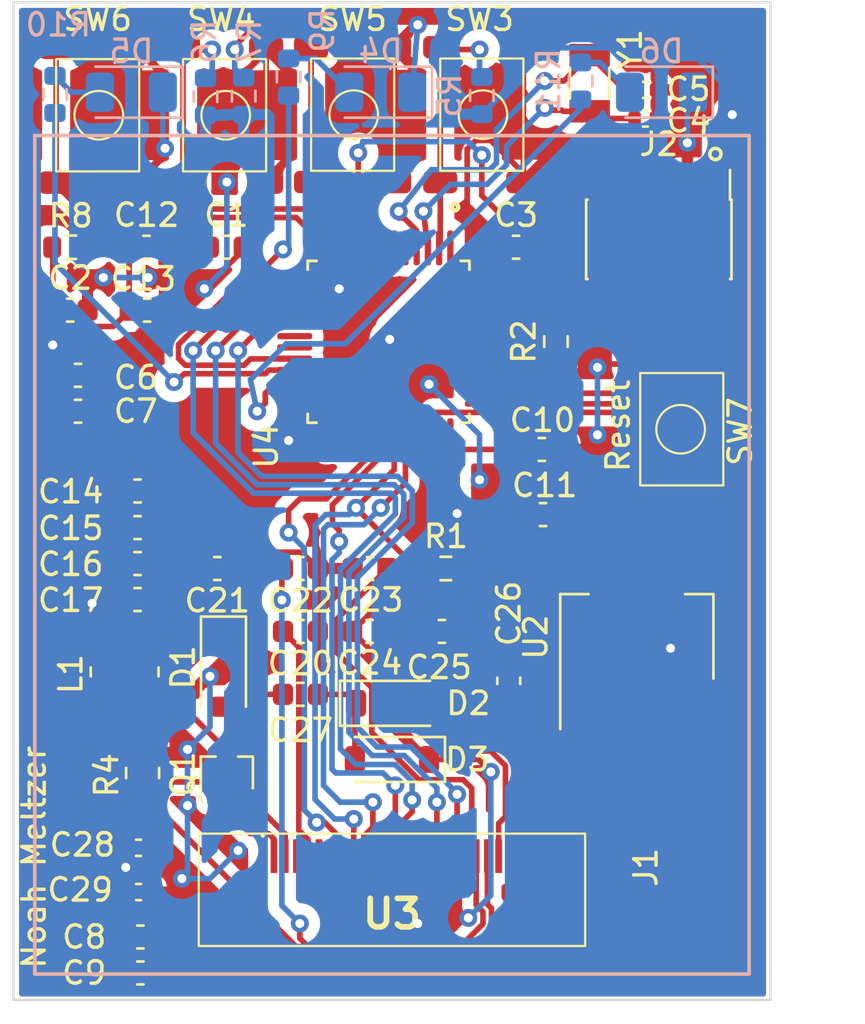
<source format=kicad_pcb>
(kicad_pcb (version 20221018) (generator pcbnew)
  (layers (0 "F.Cu" signal) (31 "B.Cu" signal) (34 "B.Paste" user) (35 "F.Paste" user) (36 "B.SilkS" user "B.Silkscreen") (37 "F.SilkS" user "F.Silkscreen") (38 "B.Mask" user) (39 "F.Mask" user) (44 "Edge.Cuts" user))
  (net 0 "")
  (net 1 "GND")
  (net 2 "VDD")
  (net 3 "Net-(U3-VHDR)")
  (net 4 "Net-(D1-K)")
  (net 5 "Net-(U3-VDH)")
  (net 6 "Net-(U3-VDDD)")
  (net 7 "Net-(U3-VDL)")
  (net 8 "Net-(U3-VCOM)")
  (net 9 "Net-(D2-A)")
  (net 10 "Net-(D1-A)")
  (net 11 "Net-(D2-K)")
  (net 13 "Net-(Q1-S)")
  (net 15 "Net-(Q1-G)")
  (net 20 "/epaper/epaper.spi_cs")
  (net 21 "/epaper/epaper.spi_scl")
  (net 22 "/epaper/epaper.spi_sda")
  (net 23 "/epaper/epaper.gpio_bs")
  (net 24 "/epaper/epaper.gpio_dc")
  (net 25 "/epaper/epaper.gpio_busy_n")
  (net 26 "/epaper/epaper.gpio_reset_n")
  (net 27 "Vin")
  (net 28 "Net-(D4-A)")
  (net 29 "Net-(D5-A)")
  (net 30 "Net-(D6-A)")
  (net 45 "/nRESET")
  (net 46 "/OSC32_IN")
  (net 47 "/OSC32_OUT")
  (net 48 "/SWDIO")
  (net 49 "/SWDCLK")
  (net 50 "/SWO")
  (net 52 "/BOOT0")
  (net 53 "/PB1")
  (net 54 "/PB2")
  (net 55 "/PB3")
  (net 56 "/PB4")
  (net 57 "/LED3")
  (net 58 "/LED2")
  (net 59 "/LED1")
  (footprint "Resistor_SMD:R_0603_1608Metric" (layer "F.Cu") (at 141.3 79.4 180)
    (fp_text reference "R8")
    (fp_text value "1K")
  )
  (footprint "Connector_PinHeader_1.27mm:PinHeader_2x05_P1.27mm_Vertical_SMD" (layer "F.Cu") (at 167.48 79.05 -90)
    (fp_text reference "J2")
    (fp_text value "Conn_ARM_JTAG_SWD_10")
  )
  (footprint "Capacitor_SMD:C_0603_1608Metric" (layer "F.Cu") (at 144.675 79.4)
    (fp_text reference "C12")
    (fp_text value "100nf")
  )
  (footprint "Capacitor_SMD:C_0603_1608Metric" (layer "F.Cu") (at 147.825 93.7 180)
    (fp_text reference "C21")
    (fp_text value "1uF / 25V")
  )
  (footprint "Capacitor_SMD:C_0603_1608Metric" (layer "F.Cu") (at 151.525 96.5 180)
    (fp_text reference "C20")
    (fp_text value "1uF / 25V")
  )
  (footprint "Capacitor_SMD:C_0402_1005Metric" (layer "F.Cu") (at 166.88 73.67 180)
    (fp_text reference "C4")
    (fp_text value "10pf")
  )
  (footprint "Resistor_SMD:R_0805_2012Metric" (layer "F.Cu") (at 144.5 102.8 -90)
    (fp_text reference "R4")
    (fp_text value "0.47R")
  )
  (footprint "Resistor_SMD:R_0603_1608Metric" (layer "F.Cu") (at 158 93.7)
    (fp_text reference "R1")
    (fp_text value "1K")
  )
  (footprint "Inductor_SMD:L_Ferrocore_DLG-0302" (layer "F.Cu") (at 143.7 98.3 -90)
    (fp_text reference "L1")
    (fp_text value "10uH")
  )
  (footprint "Capacitor_SMD:C_0402_1005Metric" (layer "F.Cu") (at 166.88 72.4 180)
    (fp_text reference "C5")
    (fp_text value "10pf")
  )
  (footprint "Capacitor_SMD:C_0603_1608Metric" (layer "F.Cu") (at 144.275 90.25)
    (fp_text reference "C14")
    (fp_text value "100nf")
  )
  (footprint "NoahFootprintLib:PTS526" (layer "F.Cu") (at 153.85 73.5 -90)
    (fp_text reference "SW5")
    (fp_text value "SW_Push")
  )
  (footprint "Capacitor_SMD:C_0603_1608Metric" (layer "F.Cu") (at 141.275 82.2)
    (fp_text reference "C2")
    (fp_text value "1uf")
  )
  (footprint "Capacitor_SMD:C_0603_1608Metric" (layer "F.Cu") (at 162.275 88.4)
    (fp_text reference "C10")
    (fp_text value "100nf")
  )
  (footprint "Capacitor_SMD:C_0402_1005Metric" (layer "F.Cu") (at 144.32 106.13)
    (fp_text reference "C28")
    (fp_text value "1uF / 6.3V")
  )
  (footprint "Capacitor_SMD:C_0603_1608Metric" (layer "F.Cu") (at 141.625 86.7)
    (fp_text reference "C7")
    (fp_text value "100nf")
  )
  (footprint "Capacitor_SMD:C_0603_1608Metric" (layer "F.Cu") (at 144.275 93.48)
    (fp_text reference "C16")
    (fp_text value "100nf")
  )
  (footprint "NoahFootprintLib:LQFP-48" (layer "F.Cu") (at 155.45 83.62 90)
    (fp_text reference "U4")
    (fp_text value "STM32F103C8T6")
  )
  (footprint "Diode_SMD:D_SOD-123" (layer "F.Cu") (at 155.6 102.2 180)
    (fp_text reference "D3")
    (fp_text value "SD103AW")
  )
  (footprint "NoahFootprintLib:PTS526" (layer "F.Cu") (at 148.15 73.525 -90)
    (fp_text reference "SW4")
    (fp_text value "SW_Push")
  )
  (footprint "Capacitor_SMD:C_0603_1608Metric" (layer "F.Cu") (at 144.4 111.7)
    (fp_text reference "C9")
    (fp_text value "100nf")
  )
  (footprint "Capacitor_SMD:C_0603_1608Metric" (layer "F.Cu") (at 151.525 99.3)
    (fp_text reference "C27")
    (fp_text value "4.7uF / 25V")
  )
  (footprint "Capacitor_SMD:C_0603_1608Metric" (layer "F.Cu") (at 141.625 85.1)
    (fp_text reference "C6")
    (fp_text value "100nf")
  )
  (footprint "Capacitor_SMD:C_0603_1608Metric" (layer "F.Cu") (at 144.7 82.2)
    (fp_text reference "C13")
    (fp_text value "100nf")
  )
  (footprint "Capacitor_SMD:C_0603_1608Metric" (layer "F.Cu") (at 157.825 96.5)
    (fp_text reference "C25")
    (fp_text value "1uF / 25V")
  )
  (footprint "NoahFootprintLib:PowerPads" (layer "F.Cu") (at 167.4 107 90)
    (fp_text reference "J1")
    (fp_text value "Barrel_Jack")
  )
  (footprint "Capacitor_SMD:C_0402_1005Metric" (layer "F.Cu") (at 144.32 108.1)
    (fp_text reference "C29")
    (fp_text value "0.1uF / 16V")
  )
  (footprint "Resistor_SMD:R_0603_1608Metric" (layer "F.Cu") (at 162.9 83.6 90)
    (fp_text reference "R2")
    (fp_text value "10K")
  )
  (footprint "Capacitor_SMD:C_0603_1608Metric" (layer "F.Cu") (at 144.275 95.08)
    (fp_text reference "C17")
    (fp_text value "100nf")
  )
  (footprint "NoahFootprintLib:PTS526" (layer "F.Cu") (at 168.5 87.5 90)
    (fp_text reference "SW7")
    (fp_text value "SW_Push")
  )
  (footprint "NoahFootprintLib:PTS526" (layer "F.Cu") (at 159.6 73.5 -90)
    (fp_text reference "SW3")
    (fp_text value "SW_Push")
  )
  (footprint "Capacitor_SMD:C_0603_1608Metric" (layer "F.Cu") (at 154.6 96.5)
    (fp_text reference "C24")
    (fp_text value "1uF / 25V")
  )
  (footprint "Diode_SMD:D_SOD-123" (layer "F.Cu") (at 148.1 98.2 -90)
    (fp_text reference "D1")
    (fp_text value "SD103AW")
  )
  (footprint "Capacitor_SMD:C_0603_1608Metric" (layer "F.Cu") (at 160.8 98.7 -90)
    (fp_text reference "C26")
    (fp_text value "1uF / 25V")
  )
  (footprint "Capacitor_SMD:C_0603_1608Metric" (layer "F.Cu") (at 144.4 110.1)
    (fp_text reference "C8")
    (fp_text value "100nf")
  )
  (footprint "Package_TO_SOT_SMD:SOT-223" (layer "F.Cu") (at 166.5 96.75 90)
    (fp_text reference "U2")
    (fp_text value "~")
  )
  (footprint "Capacitor_SMD:C_0603_1608Metric" (layer "F.Cu") (at 151.525 93.7 180)
    (fp_text reference "C22")
    (fp_text value "1uF / 25V")
  )
  (footprint "Capacitor_SMD:C_0603_1608Metric" (layer "F.Cu") (at 161.125 79.4)
    (fp_text reference "C3")
    (fp_text value "100nf")
  )
  (footprint "Capacitor_SMD:C_0603_1608Metric" (layer "F.Cu") (at 154.625 93.7)
    (fp_text reference "C23")
    (fp_text value "1uF / 25V")
  )
  (footprint "NoahFootprintLib:PTS526" (layer "F.Cu") (at 142.5 73.525 -90)
    (fp_text reference "SW6")
    (fp_text value "SW_Push")
  )
  (footprint "Capacitor_SMD:C_0603_1608Metric" (layer "F.Cu") (at 148.225 79.4)
    (fp_text reference "C1")
    (fp_text value "100nf")
  )
  (footprint "Crystal:Crystal_SMD_3215-2Pin_3.2x1.5mm" (layer "F.Cu") (at 164.4 72.1 -90)
    (fp_text reference "Y1")
    (fp_text value "32k")
  )
  (footprint "Diode_SMD:D_SOD-123" (layer "F.Cu") (at 155.65 99.7)
    (fp_text reference "D2")
    (fp_text value "SD103AW")
  )
  (footprint "Package_TO_SOT_SMD:SOT-323_SC-70" (layer "F.Cu") (at 148.25 102.8 90)
    (fp_text reference "Q1")
    (fp_text value "NMOS")
  )
  (footprint "Capacitor_SMD:C_0603_1608Metric" (layer "F.Cu") (at 144.275 91.88)
    (fp_text reference "C15")
    (fp_text value "100nf")
  )
  (footprint "Capacitor_SMD:C_0603_1608Metric" (layer "F.Cu") (at 162.325 91.3)
    (fp_text reference "C11")
    (fp_text value "100nf")
  )
  (footprint "NoahFootprintLib:KH-FG0.5-H2.0-24PIN" (layer "F.Cu") (at 155.6 108.1)
    (fp_text reference "U3")
    (fp_text value "~" hide)
  )
  (footprint "Resistor_SMD:R_0603_1608Metric" (layer "B.Cu") (at 147.3 72.7 -90)
    (fp_text reference "R6")
    (fp_text value "1K")
  )
  (footprint "Resistor_SMD:R_0603_1608Metric" (layer "B.Cu") (at 149 72.675 -90)
    (fp_text reference "R7")
    (fp_text value "1K")
  )
  (footprint "LED_SMD:LED_1206_3216Metric" (layer "B.Cu") (at 155.1 72.5 180)
    (fp_text reference "D4")
    (fp_text value "LED")
  )
  (footprint "LED_SMD:LED_1206_3216Metric" (layer "B.Cu") (at 167.6 72.5 180)
    (fp_text reference "D6")
    (fp_text value "LED")
  )
  (footprint "Resistor_SMD:R_0603_1608Metric" (layer "B.Cu") (at 164 72 -90)
    (fp_text reference "R11")
    (fp_text value "470")
  )
  (footprint "LED_SMD:LED_1206_3216Metric" (layer "B.Cu") (at 144 72.5 180)
    (fp_text reference "D5")
    (fp_text value "LED")
  )
  (footprint "Resistor_SMD:R_0603_1608Metric" (layer "B.Cu") (at 159.6 72.65 -90)
    (fp_text reference "R5")
    (fp_text value "1K")
  )
  (footprint "Resistor_SMD:R_0603_1608Metric" (layer "B.Cu") (at 140.6 72.6 -90)
    (fp_text reference "R10")
    (fp_text value "470")
  )
  (footprint "Resistor_SMD:R_0603_1608Metric" (layer "B.Cu") (at 151 71.825 -90)
    (fp_text reference "R9")
    (fp_text value "470")
  )
  (gr_rect (start 139.7 74.43) (end 171.5 111.75) (stroke (width 0.16)) (fill none) (layer "B.SilkS"))
  (gr_circle (center 170 75.25) (end 170 75.5) (stroke (width 0.16)) (fill none) (layer "F.SilkS"))
  (gr_rect (start 138.75 68.5) (end 172.45 112.9) (stroke (width 0.1)) (fill none) (layer "Edge.Cuts"))
  (gr_text "Reset" (at 166.25 89.5 90) (layer "F.SilkS") (effects (font (size 1 1) (thickness 0.153)) (justify left bottom)))
  (gr_text "Noah Meltzer" (at 140.25 111.6 90) (layer "F.SilkS") (effects (font (size 1 1) (thickness 0.153)) (justify left bottom)))
  (segment (start 153.85 93.7) (end 152.3 93.7) (width 0.25) (layer "F.Cu") (net 1))
  (segment (start 161.45 76.1) (end 161.45 76.6) (width 0.25) (layer "F.Cu") (net 1))
  (segment (start 160.41 81.37) (end 159.63 81.37) (width 0.25) (layer "F.Cu") (net 1))
  (segment (start 146.3 82.2) (end 147.25 81.25) (width 0.25) (layer "F.Cu") (net 1))
  (segment (start 145.45 82.175) (end 145.475 82.2) (width 0.25) (layer "F.Cu") (net 1))
  (segment (start 145.475 82.2) (end 146.3 82.2) (width 0.25) (layer "F.Cu") (net 1))
  (segment (start 159.998 74.648) (end 161.45 76.1) (width 0.25) (layer "F.Cu") (net 1))
  (segment (start 158.948 77.998) (end 158.948 75.029932) (width 0.25) (layer "F.Cu") (net 1))
  (segment (start 159 109.25) (end 158.693618 109.25) (width 0.25) (layer "F.Cu") (net 1))
  (segment (start 155.923 98.598) (end 153.825 96.5) (width 0.25) (layer "F.Cu") (net 1))
  (segment (start 160.662 81.118) (end 160.41 81.37) (width 0.25) (layer "F.Cu") (net 1))
  (segment (start 148.6 93.225) (end 148.852 92.973) (width 0.25) (layer "F.Cu") (net 1))
  (segment (start 159.329932 74.648) (end 159.998 74.648) (width 0.25) (layer "F.Cu") (net 1))
  (segment (start 159.63 81.37) (end 158.63 81.37) (width 0.25) (layer "F.Cu") (net 1))
  (segment (start 149 79.5) (end 149 79.4) (width 0.25) (layer "F.Cu") (net 1))
  (segment (start 164.9 84.6) (end 164.75 84.75) (width 0.25) (layer "F.Cu") (net 1))
  (segment (start 167.67 73.67) (end 168.75 74.75) (width 0.25) (layer "F.Cu") (net 1))
  (segment (start 144.75 80.75) (end 145.45 80.75) (width 0.25) (layer "F.Cu") (net 1))
  (segment (start 151.27 85.87) (end 153.38 85.87) (width 0.25) (layer "F.Cu") (net 1))
  (segment (start 164.1 88.4) (end 164.75 87.75) (width 0.25) (layer "F.Cu") (net 1))
  (segment (start 157.7 87.8) (end 157.7 89.8) (width 0.25) (layer "F.Cu") (net 1))
  (segment (start 152.3 93.7) (end 152.3 96.5) (width 0.25) (layer "F.Cu") (net 1))
  (segment (start 157.85 108.406382) (end 157.85 106.5) (width 0.25) (layer "F.Cu") (net 1))
  (segment (start 150 70.625) (end 150 76.625) (width 0.25) (layer "F.Cu") (net 1))
  (segment (start 142.05 81.45) (end 142.75 80.75) (width 0.25) (layer "F.Cu") (net 1))
  (segment (start 160 102.75) (end 159.45 102.2) (width 0.25) (layer "F.Cu") (net 1))
  (segment (start 147.25 81.25) (end 149 79.5) (width 0.25) (layer "F.Cu") (net 1))
  (segment (start 154.552 95.773) (end 156.323 95.773) (width 0.25) (layer "F.Cu") (net 1))
  (segment (start 158.63 81.37) (end 157.5 82.5) (width 0.25) (layer "F.Cu") (net 1))
  (segment (start 157.25 102.2) (end 155.923 100.873) (width 0.25) (layer "F.Cu") (net 1))
  (segment (start 144.35 70.625) (end 144.35 76.625) (width 0.25) (layer "F.Cu") (net 1))
  (segment (start 154.7 79.44) (end 154.7 81.2) (width 0.25) (layer "F.Cu") (net 1))
  (segment (start 145.3 82.2) (end 145.475 82.2) (width 0.25) (layer "F.Cu") (net 1))
  (segment (start 155.923 100.873) (end 155.923 98.598) (width 0.25) (layer "F.Cu") (net 1))
  (segment (start 166.6 84.6) (end 164.9 84.6) (width 0.25) (layer "F.Cu") (net 1))
  (segment (start 142.4 85.1) (end 145.3 82.2) (width 0.25) (layer "F.Cu") (net 1))
  (segment (start 158.693618 109.25) (end 157.85 108.406382) (width 0.25) (layer "F.Cu") (net 1))
  (segment (start 142.4 86.7) (end 142.4 85.1) (width 0.25) (layer "F.Cu") (net 1))
  (segment (start 158.948 75.029932) (end 159.329932 74.648) (width 0.25) (layer "F.Cu") (net 1))
  (segment (start 160.35 79.4) (end 160.662 79.712) (width 0.25) (layer "F.Cu") (net 1))
  (segment (start 144.88 106.13) (end 146.25 107.5) (width 0.25) (layer "F.Cu") (net 1))
  (segment (start 161.45 70.6) (end 161.45 76.6) (width 0.25) (layer "F.Cu") (net 1))
  (segment (start 155.7 70.6) (end 155.7 76.6) (width 0.25) (layer "F.Cu") (net 1))
  (segment (start 168.9 104.5) (end 166.5 102.1) (width 0.75) (layer "F.Cu") (net 1))
  (segment (start 167.36 73.67) (end 167.67 73.67) (width 0.25) (layer "F.Cu") (net 1))
  (segment (start 145.45 80.75) (end 145.45 82.175) (width 0.25) (layer "F.Cu") (net 1))
  (segment (start 153.38 85.87) (end 154 85.25) (width 0.25) (layer "F.Cu") (net 1))
  (segment (start 160.662 79.712) (end 160.662 81.118) (width 0.25) (layer "F.Cu") (net 1))
  (segment (start 148.6 93.7) (end 148.6 93.225) (width 0.25) (layer "F.Cu") (net 1))
  (segment (start 144.8 106.13) (end 144.88 106.13) (width 0.25) (layer "F.Cu") (net 1))
  (segment (start 166.5 102.1) (end 166.5 99.9) (width 0.75) (layer "F.Cu") (net 1))
  (segment (start 158.475 97.925) (end 157.05 96.5) (width 0.25) (layer "F.Cu") (net 1))
  (segment (start 167.36 72.4) (end 167.36 73.67) (width 0.25) (layer "F.Cu") (net 1))
  (segment (start 153.825 96.5) (end 154.552 95.773) (width 0.25) (layer "F.Cu") (net 1))
  (segment (start 160.8 97.925) (end 158.475 97.925) (width 0.25) (layer "F.Cu") (net 1))
  (segment (start 148.852 92.973) (end 151.573 92.973) (width 0.25) (layer "F.Cu") (net 1))
  (segment (start 163.05 88.4) (end 164.1 88.4) (width 0.25) (layer "F.Cu") (net 1))
  (segment (start 159.45 102.2) (end 157.25 102.2) (width 0.25) (layer "F.Cu") (net 1))
  (segment (start 160.35 79.4) (end 158.948 77.998) (width 0.25) (layer "F.Cu") (net 1))
  (segment (start 145.45 79.4) (end 145.45 80.75) (width 0.25) (layer "F.Cu") (net 1))
  (segment (start 156.323 95.773) (end 157.05 96.5) (width 0.25) (layer "F.Cu") (net 1))
  (segment (start 142.05 82.2) (end 142.05 81.45) (width 0.25) (layer "F.Cu") (net 1))
  (segment (start 151.573 92.973) (end 152.3 93.7) (width 0.25) (layer "F.Cu") (net 1))
  (segment (start 157.7 89.8) (end 156.75 90.75) (width 0.25) (layer "F.Cu") (net 1))
  (via (at 156.75 69.5) (size 0.8) (drill 0.4) (layers "F.Cu" "B.Cu") (net 1))
  (via (at 148.75 106.25) (size 0.8) (drill 0.4) (layers "F.Cu" "B.Cu") (net 1))
  (via (at 157.25 85.5) (size 0.8) (drill 0.4) (layers "F.Cu" "B.Cu") (net 1))
  (via (at 168.75 74.75) (size 0.8) (drill 0.4) (layers "F.Cu" "B.Cu") (net 1))
  (via (at 159.5 89.75) (size 0.8) (drill 0.4) (layers "F.Cu" "B.Cu") (net 1))
  (via (at 142.75 80.75) (size 0.8) (drill 0.4) (layers "F.Cu" "B.Cu") (net 1))
  (via (at 147.25 81.25) (size 0.8) (drill 0.4) (layers "F.Cu" "B.Cu") (net 1))
  (via (at 146.5 104.25) (size 0.8) (drill 0.4) (layers "F.Cu" "B.Cu") (net 1))
  (via (at 148.25 76.5) (size 0.8) (drill 0.4) (layers "F.Cu" "B.Cu") (net 1))
  (via (at 147.5 98.5) (size 0.8) (drill 0.4) (layers "F.Cu" "B.Cu") (net 1))
  (via (at 146.5 101.75) (size 0.8) (drill 0.4) (layers "F.Cu" "B.Cu") (net 1))
  (via (at 160 102.75) (size 0.8) (drill 0.4) (layers "F.Cu" "B.Cu") (net 1))
  (via (at 164.75 84.75) (size 0.8) (drill 0.4) (layers "F.Cu" "B.Cu") (net 1))
  (via (at 146.25 107.5) (size 0.8) (drill 0.4) (layers "F.Cu" "B.Cu") (net 1))
  (via (at 145.5 75) (size 0.8) (drill 0.4) (layers "F.Cu" "B.Cu") (net 1))
  (via (at 159 109.25) (size 0.8) (drill 0.4) (layers "F.Cu" "B.Cu") (net 1))
  (via (at 164.75 87.75) (size 0.8) (drill 0.4) (layers "F.Cu" "B.Cu") (net 1))
  (via (at 144.75 80.75) (size 0.8) (drill 0.4) (layers "F.Cu" "B.Cu") (net 1))
  (segment (start 148.25 80.25) (end 147.25 81.25) (width 0.25) (layer "B.Cu") (net 1))
  (segment (start 147.5 100.75) (end 147.5 98.5) (width 0.25) (layer "B.Cu") (net 1))
  (segment (start 146.25 107.5) (end 147.5 107.5) (width 0.25) (layer "B.Cu") (net 1))
  (segment (start 146.5 104.25) (end 146.5 101.75) (width 0.25) (layer "B.Cu") (net 1))
  (segment (start 145.4 72.5) (end 145.4 74.9) (width 0.25) (layer "B.Cu") (net 1))
  (segment (start 147.5 107.5) (end 148.75 106.25) (width 0.25) (layer "B.Cu") (net 1))
  (segment (start 146.5 107.25) (end 146.5 104.25) (width 0.25) (layer "B.Cu") (net 1))
  (segment (start 168.75 72.75) (end 169 72.5) (width 0.25) (layer "B.Cu") (net 1))
  (segment (start 159 109.25) (end 160 108.25) (width 0.25) (layer "B.Cu") (net 1))
  (segment (start 146.25 107.5) (end 146.5 107.25) (width 0.25) (layer "B.Cu") (net 1))
  (segment (start 157.25 85.5) (end 159.5 87.75) (width 0.25) (layer "B.Cu") (net 1))
  (segment (start 156.75 69.5) (end 156.5 69.75) (width 0.25) (layer "B.Cu") (net 1))
  (segment (start 148.25 76.5) (end 148.25 80.25) (width 0.25) (layer "B.Cu") (net 1))
  (segment (start 160 108.25) (end 160 102.75) (width 0.25) (layer "B.Cu") (net 1))
  (segment (start 159.5 87.75) (end 159.5 89.75) (width 0.25) (layer "B.Cu") (net 1))
  (segment (start 142.75 80.75) (end 144.75 80.75) (width 0.25) (layer "B.Cu") (net 1))
  (segment (start 145.4 74.9) (end 145.5 75) (width 0.25) (layer "B.Cu") (net 1))
  (segment (start 168.75 74.75) (end 168.75 72.75) (width 0.25) (layer "B.Cu") (net 1))
  (segment (start 156.5 72.5) (end 156.75 69.5) (width 0.25) (layer "B.Cu") (net 1))
  (segment (start 146.5 101.75) (end 147.5 100.75) (width 0.25) (layer "B.Cu") (net 1))
  (segment (start 164.75 84.75) (end 164.75 87.75) (width 0.25) (layer "B.Cu") (net 1))
  (segment (start 143.84 106.91) (end 143.84 106.13) (width 0.25) (layer "F.Cu") (net 2))
  (segment (start 158.5 88.1) (end 158.5 91.25) (width 0.25) (layer "F.Cu") (net 2))
  (segment (start 142.25 95.25) (end 142.17 95.08) (width 0.25) (layer "F.Cu") (net 2))
  (segment (start 153.17 81.25) (end 153.25 81.17) (width 0.25) (layer "F.Cu") (net 2))
  (segment (start 140.5 79.425) (end 140.475 79.4) (width 0.25) (layer "F.Cu") (net 2))
  (segment (start 158.8 88.4) (end 158.2 87.8) (width 0.25) (layer "F.Cu") (net 2))
  (segment (start 168.8 98.05) (end 168.8 99.9) (width 0.75) (layer "F.Cu") (net 2))
  (segment (start 159.15 93.7) (end 161.55 91.3) (width 0.25) (layer "F.Cu") (net 2))
  (segment (start 143.925 82.2) (end 143.198 82.927) (width 0.25) (layer "F.Cu") (net 2))
  (segment (start 154.2 79.44) (end 154.2 80.22) (width 0.25) (layer "F.Cu") (net 2))
  (segment (start 161.5 91.25) (end 161.55 91.3) (width 0.25) (layer "F.Cu") (net 2))
  (segment (start 156.75 109.5) (end 156.85 109.4) (width 0.25) (layer "F.Cu") (net 2))
  (segment (start 156.85 109.4) (end 156.85 106.5) (width 0.25) (layer "F.Cu") (net 2))
  (segment (start 143.75 107) (end 143.84 106.91) (width 0.25) (layer "F.Cu") (net 2))
  (segment (start 143.625 108.315) (end 143.84 108.1) (width 0.25) (layer "F.Cu") (net 2))
  (segment (start 143.84 108.1) (end 143.84 107.09) (width 0.25) (layer "F.Cu") (net 2))
  (segment (start 146.55 78.5) (end 147.45 79.4) (width 0.25) (layer "F.Cu") (net 2))
  (segment (start 140.5 82.2) (end 140.5 83.75) (width 0.25) (layer "F.Cu") (net 2))
  (segment (start 140.5 82.2) (end 140.5 79.425) (width 0.25) (layer "F.Cu") (net 2))
  (segment (start 161.5 88.4) (end 161.5 91.25) (width 0.25) (layer "F.Cu") (net 2))
  (segment (start 170.75 73.5) (end 170.02 74.23) (width 0.25) (layer "F.Cu") (net 2))
  (segment (start 143.625 110.1) (end 143.625 108.315) (width 0.25) (layer "F.Cu") (net 2))
  (segment (start 151.27 86.37) (end 151 86.64) (width 0.25) (layer "F.Cu") (net 2))
  (segment (start 143.84 107.09) (end 143.75 107) (width 0.25) (layer "F.Cu") (net 2))
  (segment (start 140.5 84.75) (end 140.85 85.1) (width 0.25) (layer "F.Cu") (net 2))
  (segment (start 153.25 81.17) (end 153.25 81.25) (width 0.25) (layer "F.Cu") (net 2))
  (segment (start 140.85 86.7) (end 140.85 85.1) (width 0.25) (layer "F.Cu") (net 2))
  (segment (start 158.825 93.7) (end 159.15 93.7) (width 0.25) (layer "F.Cu") (net 2))
  (segment (start 143.5 95.08) (end 143.5 93.48) (width 0.25) (layer "F.Cu") (net 2))
  (segment (start 157.596841 80.87) (end 155.5 82.966841) (width 0.25) (layer "F.Cu") (net 2))
  (segment (start 140.5 83.75) (end 140.5 84.75) (width 0.25) (layer "F.Cu") (net 2))
  (segment (start 161.5 88.4) (end 158.8 88.4) (width 0.25) (layer "F.Cu") (net 2))
  (segment (start 143.9 79.4) (end 143.9 82.175) (width 0.25) (layer "F.Cu") (net 2))
  (segment (start 170.02 74.23) (end 170.02 77.1) (width 0.25) (layer "F.Cu") (net 2))
  (segment (start 143.5 93.48) (end 143.5 91.88) (width 0.25) (layer "F.Cu") (net 2))
  (segment (start 143.198 82.927) (end 141.227 82.927) (width 0.25) (layer "F.Cu") (net 2))
  (segment (start 143.5 91.88) (end 143.5 90.25) (width 0.25) (layer "F.Cu") (net 2))
  (segment (start 143.9 79.4) (end 144.8 78.5) (width 0.25) (layer "F.Cu") (net 2))
  (segment (start 143.5 95.08) (end 142.25 95.25) (width 0.25) (layer "F.Cu") (net 2))
  (segment (start 141.227 82.927) (end 140.5 82.2) (width 0.25) (layer "F.Cu") (net 2))
  (segment (start 143.7 97.2) (end 143.7 95.28) (width 0.25) (layer "F.Cu") (net 2))
  (segment (start 155.5 82.966841) (end 155.5 83.5) (width 0.25) (layer "F.Cu") (net 2))
  (segment (start 144.8 78.5) (end 146.55 78.5) (width 0.25) (layer "F.Cu") (net 2))
  (segment (start 154.2 80.22) (end 153.25 81.17) (width 0.25) (layer "F.Cu") (net 2))
  (segment (start 153.25 81.25) (end 153.17 81.25) (width 0.25) (layer "F.Cu") (net 2))
  (segment (start 157.35 106.5) (end 156.85 106.5) (width 0.25) (layer "F.Cu") (net 2))
  (segment (start 151 86.64) (end 151 88) (width 0.25) (layer "F.Cu") (net 2))
  (segment (start 143.7 95.28) (end 143.5 95.08) (width 0.25) (layer "F.Cu") (net 2))
  (segment (start 159.63 80.87) (end 157.596841 80.87) (width 0.25) (layer "F.Cu") (net 2))
  (segment (start 158.2 87.8) (end 158.5 88.1) (width 0.25) (layer "F.Cu") (net 2))
  (segment (start 143.625 111.7) (end 143.625 110.1) (width 0.25) (layer "F.Cu") (net 2))
  (segment (start 168 97.25) (end 168.8 98.05) (width 0.75) (layer "F.Cu") (net 2))
  (segment (start 143.9 82.175) (end 143.925 82.2) (width 0.25) (layer "F.Cu") (net 2))
  (via (at 153.25 81.25) (size 0.8) (drill 0.4) (layers "F.Cu" "B.Cu") (net 2))
  (via (at 140.5 83.75) (size 0.8) (drill 0.4) (layers "F.Cu" "B.Cu") (net 2))
  (via (at 151 88) (size 0.8) (drill 0.4) (layers "F.Cu" "B.Cu") (net 2))
  (via (at 155.5 83.5) (size 0.8) (drill 0.4) (layers "F.Cu" "B.Cu") (net 2))
  (via (at 142.25 95.25) (size 0.8) (drill 0.4) (layers "F.Cu" "B.Cu") (net 2))
  (via (at 158.5 91.25) (size 0.8) (drill 0.4) (layers "F.Cu" "B.Cu") (net 2))
  (via (at 156.75 109.5) (size 0.8) (drill 0.4) (layers "F.Cu" "B.Cu") (net 2))
  (via (at 168 97.25) (size 0.8) (drill 0.4) (layers "F.Cu" "B.Cu") (net 2))
  (via (at 143.75 107) (size 0.8) (drill 0.4) (layers "F.Cu" "B.Cu") (net 2))
  (via (at 170.75 73.5) (size 0.8) (drill 0.4) (layers "F.Cu" "B.Cu") (net 2))
  (segment (start 170.75 72.540064) (end 170.75 73.5) (width 0.25) (layer "B.Cu") (net 2))
  (segment (start 168.732936 70.523) (end 170.75 72.540064) (width 0.25) (layer "B.Cu") (net 2))
  (segment (start 147.3 73.525) (end 147.3 74.95) (width 0.25) (layer "B.Cu") (net 2))
  (segment (start 159.6 73.475) (end 162.552 70.523) (width 0.25) (layer "B.Cu") (net 2))
  (segment (start 162.552 70.523) (end 168.732936 70.523) (width 0.25) (layer "B.Cu") (net 2))
  (segment (start 151.452 105.345618) (end 151.452 97.202) (width 0.25) (layer "F.Cu") (net 3))
  (segment (start 151.85 106.5) (end 151.85 105.743618) (width 0.25) (layer "F.Cu") (net 3))
  (segment (start 151.452 97.202) (end 150.75 96.5) (width 0.25) (layer "F.Cu") (net 3))
  (segment (start 151.85 105.743618) (end 151.452 105.345618) (width 0.25) (layer "F.Cu") (net 3))
  (segment (start 141.948 98.595618) (end 141.948 102.582936) (width 0.25) (layer "F.Cu") (net 4))
  (segment (start 158.705226 111) (end 160.029 109.676226) (width 0.25) (layer "F.Cu") (net 4))
  (segment (start 160.029 109.676226) (end 160.029 108.823774) (width 0.25) (layer "F.Cu") (net 4))
  (segment (start 141.948 102.582936) (end 143.842064 104.477) (width 0.25) (layer "F.Cu") (net 4))
  (segment (start 146.202 98.448) (end 142.095618 98.448) (width 0.25) (layer "F.Cu") (net 4))
  (segment (start 145.283382 104.477) (end 151.806382 111) (width 0.25) (layer "F.Cu") (net 4))
  (segment (start 142.095618 98.448) (end 141.948 98.595618) (width 0.25) (layer "F.Cu") (net 4))
  (segment (start 148.1 96.55) (end 148.1 94.75) (width 0.25) (layer "F.Cu") (net 4))
  (segment (start 143.842064 104.477) (end 145.283382 104.477) (width 0.25) (layer "F.Cu") (net 4))
  (segment (start 148.1 96.55) (end 146.202 98.448) (width 0.25) (layer "F.Cu") (net 4))
  (segment (start 148.1 94.75) (end 147.05 93.7) (width 0.25) (layer "F.Cu") (net 4))
  (segment (start 160.029 108.823774) (end 159.85 108.644774) (width 0.25) (layer "F.Cu") (net 4))
  (segment (start 151.806382 111) (end 158.705226 111) (width 0.25) (layer "F.Cu") (net 4))
  (segment (start 159.85 108.644774) (end 159.85 106.5) (width 0.25) (layer "F.Cu") (net 4))
  (segment (start 159.652 108.979932) (end 159.35 108.677932) (width 0.25) (layer "F.Cu") (net 5))
  (segment (start 151.91977 110.58023) (end 158.591838 110.58023) (width 0.25) (layer "F.Cu") (net 5))
  (segment (start 151.5 109.5) (end 151.5 110.16046) (width 0.25) (layer "F.Cu") (net 5))
  (segment (start 158.591838 110.58023) (end 159.652 109.520068) (width 0.25) (layer "F.Cu") (net 5))
  (segment (start 159.35 108.677932) (end 159.35 106.5) (width 0.25) (layer "F.Cu") (net 5))
  (segment (start 150.7 95.1) (end 150.7 93.75) (width 0.25) (layer "F.Cu") (net 5))
  (segment (start 159.652 109.520068) (end 159.652 108.979932) (width 0.25) (layer "F.Cu") (net 5))
  (segment (start 151.5 109.5) (end 151.5 109.6) (width 0.25) (layer "F.Cu") (net 5))
  (segment (start 150.7 93.75) (end 150.75 93.7) (width 0.25) (layer "F.Cu") (net 5))
  (segment (start 151.5 110.16046) (end 151.91977 110.58023) (width 0.25) (layer "F.Cu") (net 5))
  (via (at 150.7 95.1) (size 0.8) (drill 0.4) (layers "F.Cu" "B.Cu") (net 5))
  (via (at 151.5 109.5) (size 0.8) (drill 0.4) (layers "F.Cu" "B.Cu") (net 5))
  (segment (start 151.5 109.5) (end 150.7 108.7) (width 0.25) (layer "B.Cu") (net 5))
  (segment (start 150.7 95.1) (end 150.7 95.2) (width 0.25) (layer "B.Cu") (net 5))
  (segment (start 150.7 108.7) (end 150.7 95.1) (width 0.25) (layer "B.Cu") (net 5))
  (segment (start 159.152 104.941618) (end 159.152 103.479932) (width 0.25) (layer "F.Cu") (net 6))
  (segment (start 159.152 103.479932) (end 158.770068 103.098) (width 0.25) (layer "F.Cu") (net 6))
  (segment (start 158.770068 103.098) (end 157.024068 103.098) (width 0.25) (layer "F.Cu") (net 6))
  (segment (start 154.702 101.002) (end 156.8 103.1) (width 0.25) (layer "F.Cu") (net 6))
  (segment (start 154.702 99.002) (end 154.702 101.002) (width 0.25) (layer "F.Cu") (net 6))
  (segment (start 153.123 97.423) (end 154.702 99.002) (width 0.25) (layer "F.Cu") (net 6))
  (segment (start 155.4 93.7) (end 153.123 95.977) (width 0.25) (layer "F.Cu") (net 6))
  (segment (start 157.024068 103.098) (end 157.022068 103.1) (width 0.25) (layer "F.Cu") (net 6))
  (segment (start 153.123 95.977) (end 153.123 97.423) (width 0.25) (layer "F.Cu") (net 6))
  (segment (start 158.35 105.743618) (end 159.152 104.941618) (width 0.25) (layer "F.Cu") (net 6))
  (segment (start 158.35 106.5) (end 158.35 105.743618) (width 0.25) (layer "F.Cu") (net 6))
  (segment (start 156.8 103.1) (end 157.022068 103.1) (width 0.25) (layer "F.Cu") (net 6))
  (segment (start 155.375 96.5) (end 156.598 97.723) (width 0.25) (layer "F.Cu") (net 7))
  (segment (start 160.652 104.746) (end 160.35 105.048) (width 0.25) (layer "F.Cu") (net 7))
  (segment (start 156.598 100.272582) (end 158.148418 101.823) (width 0.25) (layer "F.Cu") (net 7))
  (segment (start 160.652 102.479932) (end 160.652 104.746) (width 0.25) (layer "F.Cu") (net 7))
  (segment (start 160.35 105.048) (end 160.35 106.5) (width 0.25) (layer "F.Cu") (net 7))
  (segment (start 158.148418 101.823) (end 159.995068 101.823) (width 0.25) (layer "F.Cu") (net 7))
  (segment (start 159.995068 101.823) (end 160.652 102.479932) (width 0.25) (layer "F.Cu") (net 7))
  (segment (start 156.598 97.723) (end 156.598 100.272582) (width 0.25) (layer "F.Cu") (net 7))
  (segment (start 161.527 106.323) (end 161.527 97.027) (width 0.25) (layer "F.Cu") (net 8))
  (segment (start 161.35 106.5) (end 161.527 106.323) (width 0.25) (layer "F.Cu") (net 8))
  (segment (start 161 96.5) (end 158.6 96.5) (width 0.25) (layer "F.Cu") (net 8))
  (segment (start 161.527 97.027) (end 161 96.5) (width 0.25) (layer "F.Cu") (net 8))
  (segment (start 160.8 99.475) (end 161.029 99.704) (width 0.25) (layer "F.Cu") (net 9))
  (segment (start 157.525 99.475) (end 157.3 99.7) (width 0.25) (layer "F.Cu") (net 9))
  (segment (start 160.8 99.475) (end 157.525 99.475) (width 0.25) (layer "F.Cu") (net 9))
  (segment (start 161.029 99.704) (end 161.029 104.971) (width 0.25) (layer "F.Cu") (net 9))
  (segment (start 161.029 104.971) (end 160.85 105.15) (width 0.25) (layer "F.Cu") (net 9))
  (segment (start 160.85 105.15) (end 160.85 106.5) (width 0.25) (layer "F.Cu") (net 9))
  (segment (start 145.85 99.4) (end 148.25 101.8) (width 0.25) (layer "F.Cu") (net 10))
  (segment (start 150.75 99.3) (end 148.65 99.3) (width 0.25) (layer "F.Cu") (net 10))
  (segment (start 148.65 99.3) (end 148.1 99.85) (width 0.25) (layer "F.Cu") (net 10))
  (segment (start 148.25 100) (end 148.1 99.85) (width 0.25) (layer "F.Cu") (net 10))
  (segment (start 148.25 101.8) (end 148.25 100) (width 0.25) (layer "F.Cu") (net 10))
  (segment (start 143.7 99.4) (end 145.85 99.4) (width 0.25) (layer "F.Cu") (net 10))
  (segment (start 153.95 99.75) (end 154 99.7) (width 0.25) (layer "F.Cu") (net 11))
  (segment (start 153.95 102.2) (end 153.95 99.75) (width 0.25) (layer "F.Cu") (net 11))
  (segment (start 153.6 99.3) (end 154 99.7) (width 0.25) (layer "F.Cu") (net 11))
  (segment (start 152.3 99.3) (end 153.6 99.3) (width 0.25) (layer "F.Cu") (net 11))
  (segment (start 144.5 103.7125) (end 145.0145 103.198) (width 0.25) (layer "F.Cu") (net 13))
  (segment (start 150.85 105.525) (end 150.85 106.5) (width 0.25) (layer "F.Cu") (net 13))
  (segment (start 145.0145 103.198) (end 148.298 103.198) (width 0.25) (layer "F.Cu") (net 13))
  (segment (start 148.298 103.198) (end 148.9 103.8) (width 0.25) (layer "F.Cu") (net 13))
  (segment (start 149.125 103.8) (end 150.85 105.525) (width 0.25) (layer "F.Cu") (net 13))
  (segment (start 148.9 103.8) (end 149.125 103.8) (width 0.25) (layer "F.Cu") (net 13))
  (segment (start 150.104382 105.498) (end 150.35 105.743618) (width 0.25) (layer "F.Cu") (net 15))
  (segment (start 149.298 105.498) (end 150.104382 105.498) (width 0.25) (layer "F.Cu") (net 15))
  (segment (start 150.35 105.743618) (end 150.35 106.5) (width 0.25) (layer "F.Cu") (net 15))
  (segment (start 147.6 103.8) (end 149.298 105.498) (width 0.25) (layer "F.Cu") (net 15))
  (segment (start 156.5 104.527301) (end 155.35 105.677301) (width 0.25) (layer "F.Cu") (net 20))
  (segment (start 155.35 105.677301) (end 155.35 106.5) (width 0.25) (layer "F.Cu") (net 20))
  (segment (start 156.5 104) (end 156.5 104.527301) (width 0.25) (layer "F.Cu") (net 20))
  (segment (start 149.38 81.37) (end 146.75 84) (width 0.25) (layer "F.Cu") (net 20))
  (segment (start 151.27 81.37) (end 149.38 81.37) (width 0.25) (layer "F.Cu") (net 20))
  (via (at 146.75 84) (size 0.8) (drill 0.4) (layers "F.Cu" "B.Cu") (net 20))
  (via (at 156.5 104) (size 0.8) (drill 0.4) (layers "F.Cu" "B.Cu") (net 20))
  (segment (start 153.308 93.714068) (end 153.308 101.731) (width 0.25) (layer "B.Cu") (net 20))
  (segment (start 149.443842 90.348) (end 155.548 90.348) (width 0.25) (layer "B.Cu") (net 20))
  (segment (start 153.308 101.731) (end 154 102.423) (width 0.25) (layer "B.Cu") (net 20))
  (segment (start 146.75 87.654158) (end 149.443842 90.348) (width 0.25) (layer "B.Cu") (net 20))
  (segment (start 155.752 90.552) (end 155.752 91.270068) (width 0.25) (layer "B.Cu") (net 20))
  (segment (start 154 102.423) (end 155.745068 102.423) (width 0.25) (layer "B.Cu") (net 20))
  (segment (start 156.5 103.177932) (end 156.5 104) (width 0.25) (layer "B.Cu") (net 20))
  (segment (start 155.548 90.348) (end 155.752 90.552) (width 0.25) (layer "B.Cu") (net 20))
  (segment (start 146.75 84) (end 146.75 87.654158) (width 0.25) (layer "B.Cu") (net 20))
  (segment (start 155.752 91.270068) (end 153.308 93.714068) (width 0.25) (layer "B.Cu") (net 20))
  (segment (start 155.745068 102.423) (end 156.5 103.177932) (width 0.25) (layer "B.Cu") (net 20))
  (segment (start 151.27 81.87) (end 149.88 81.87) (width 0.25) (layer "F.Cu") (net 21))
  (segment (start 149.88 81.87) (end 147.75 84) (width 0.25) (layer "F.Cu") (net 21))
  (segment (start 156.439459 105.121) (end 155.85 105.710459) (width 0.25) (layer "F.Cu") (net 21))
  (segment (start 157.6 105.021) (end 157.5 105.121) (width 0.25) (layer "F.Cu") (net 21))
  (segment (start 157.5 105.121) (end 156.439459 105.121) (width 0.25) (layer "F.Cu") (net 21))
  (segment (start 157.6 104.1) (end 157.6 105.021) (width 0.25) (layer "F.Cu") (net 21))
  (segment (start 155.85 105.710459) (end 155.85 106.5) (width 0.25) (layer "F.Cu") (net 21))
  (via (at 147.75 84) (size 0.8) (drill 0.4) (layers "F.Cu" "B.Cu") (net 21))
  (via (at 157.6 104.1) (size 0.8) (drill 0.4) (layers "F.Cu" "B.Cu") (net 21))
  (segment (start 157.6 104.1) (end 157.6 104) (width 0.25) (layer "B.Cu") (net 21))
  (segment (start 156.129 90.395842) (end 155.704158 89.971) (width 0.25) (layer "B.Cu") (net 21))
  (segment (start 155.704158 89.971) (end 149.6 89.971) (width 0.25) (layer "B.Cu") (net 21))
  (segment (start 154.723 102.023) (end 153.685 100.985) (width 0.25) (layer "B.Cu") (net 21))
  (segment (start 153.685 100.985) (end 153.685 93.870226) (width 0.25) (layer "B.Cu") (net 21))
  (segment (start 156.156158 102.023) (end 154.723 102.023) (width 0.25) (layer "B.Cu") (net 21))
  (segment (start 157.6 103.466842) (end 156.156158 102.023) (width 0.25) (layer "B.Cu") (net 21))
  (segment (start 147.75 88.121) (end 147.75 84) (width 0.25) (layer "B.Cu") (net 21))
  (segment (start 157.6 103.466842) (end 157.6 104.1) (width 0.25) (layer "B.Cu") (net 21))
  (segment (start 153.685 93.870226) (end 156.129 91.426226) (width 0.25) (layer "B.Cu") (net 21))
  (segment (start 149.6 89.971) (end 147.75 88.121) (width 0.25) (layer "B.Cu") (net 21))
  (segment (start 156.129 91.426226) (end 156.129 90.395842) (width 0.25) (layer "B.Cu") (net 21))
  (segment (start 149.88 82.87) (end 148.75 84) (width 0.25) (layer "F.Cu") (net 22))
  (segment (start 157.902 105.498) (end 158.5 104.9) (width 0.25) (layer "F.Cu") (net 22))
  (segment (start 158.5 104.9) (end 158.5 103.75) (width 0.25) (layer "F.Cu") (net 22))
  (segment (start 156.595618 105.498) (end 157.902 105.498) (width 0.25) (layer "F.Cu") (net 22))
  (segment (start 156.35 106.5) (end 156.35 105.743618) (width 0.25) (layer "F.Cu") (net 22))
  (segment (start 151.27 82.87) (end 149.88 82.87) (width 0.25) (layer "F.Cu") (net 22))
  (segment (start 156.35 105.743618) (end 156.595618 105.498) (width 0.25) (layer "F.Cu") (net 22))
  (via (at 148.75 84) (size 0.8) (drill 0.4) (layers "F.Cu" "B.Cu") (net 22))
  (via (at 158.5 103.75) (size 0.8) (drill 0.4) (layers "F.Cu" "B.Cu") (net 22))
  (segment (start 158.6 103.8) (end 156.446 101.646) (width 0.25) (layer "B.Cu") (net 22))
  (segment (start 154.946 101.646) (end 154.062 100.762) (width 0.25) (layer "B.Cu") (net 22))
  (segment (start 156.506 90.239683) (end 155.860317 89.594) (width 0.25) (layer "B.Cu") (net 22))
  (segment (start 149.806 89.594) (end 148.75 88.538) (width 0.25) (layer "B.Cu") (net 22))
  (segment (start 148.75 88.538) (end 148.75 84) (width 0.25) (layer "B.Cu") (net 22))
  (segment (start 156.446 101.646) (end 154.946 101.646) (width 0.25) (layer "B.Cu") (net 22))
  (segment (start 154.062 94.1) (end 156.506 91.656) (width 0.25) (layer "B.Cu") (net 22))
  (segment (start 156.506 91.656) (end 156.506 90.239683) (width 0.25) (layer "B.Cu") (net 22))
  (segment (start 154.062 100.762) (end 154.062 94.1) (width 0.25) (layer "B.Cu") (net 22))
  (segment (start 155.860317 89.594) (end 149.806 89.594) (width 0.25) (layer "B.Cu") (net 22))
  (segment (start 152.68 90.6) (end 154.7 88.58) (width 0.25) (layer "F.Cu") (net 23))
  (segment (start 151.5 90.6) (end 152.68 90.6) (width 0.25) (layer "F.Cu") (net 23))
  (segment (start 154.7 88.58) (end 154.7 87.8) (width 0.25) (layer "F.Cu") (net 23))
  (segment (start 153.35 105.743618) (end 153.35 106.5) (width 0.25) (layer "F.Cu") (net 23))
  (segment (start 152.606382 105) (end 153.35 105.743618) (width 0.25) (layer "F.Cu") (net 23))
  (segment (start 152.25 105) (end 152.606382 105) (width 0.25) (layer "F.Cu") (net 23))
  (segment (start 151 92.1) (end 151 91.1) (width 0.25) (layer "F.Cu") (net 23))
  (segment (start 151 91.1) (end 151.5 90.6) (width 0.25) (layer "F.Cu") (net 23))
  (via (at 152.25 105) (size 0.8) (drill 0.4) (layers "F.Cu" "B.Cu") (net 23))
  (via (at 151 92.1) (size 0.8) (drill 0.4) (layers "F.Cu" "B.Cu") (net 23))
  (segment (start 151.7 92.8) (end 151 92.1) (width 0.25) (layer "B.Cu") (net 23))
  (segment (start 151.7 104.45) (end 152.25 105) (width 0.25) (layer "B.Cu") (net 23))
  (segment (start 151.7 92.8) (end 151.7 104.45) (width 0.25) (layer "B.Cu") (net 23))
  (segment (start 152.95 90.863158) (end 155.2 88.613158) (width 0.25) (layer "F.Cu") (net 24))
  (segment (start 152.95 91.7) (end 153.25 92) (width 0.25) (layer "F.Cu") (net 24))
  (segment (start 155.75 103.35) (end 155.75 104.744143) (width 0.25) (layer "F.Cu") (net 24))
  (segment (start 154.85 105.644143) (end 154.85 106.5) (width 0.25) (layer "F.Cu") (net 24))
  (segment (start 153.25 92) (end 153.25 92.5) (width 0.25) (layer "F.Cu") (net 24))
  (segment (start 152.95 90.863158) (end 152.95 91.7) (width 0.25) (layer "F.Cu") (net 24))
  (segment (start 155.2 88.613158) (end 155.2 87.8) (width 0.25) (layer "F.Cu") (net 24))
  (segment (start 155.75 104.744143) (end 154.85 105.644143) (width 0.25) (layer "F.Cu") (net 24))
  (via (at 153.25 92.5) (size 0.8) (drill 0.4) (layers "F.Cu" "B.Cu") (net 24))
  (via (at 155.75 103.35) (size 0.8) (drill 0.4) (layers "F.Cu" "B.Cu") (net 24))
  (segment (start 155.2 102.8) (end 153.1 102.8) (width 0.25) (layer "B.Cu") (net 24))
  (segment (start 152.931 93.319) (end 153.25 93) (width 0.25) (layer "B.Cu") (net 24))
  (segment (start 155.75 103.35) (end 155.2 102.8) (width 0.25) (layer "B.Cu") (net 24))
  (segment (start 152.931 102.631) (end 152.931 93.319) (width 0.25) (layer "B.Cu") (net 24))
  (segment (start 153.25 93) (end 153.25 92.5) (width 0.25) (layer "B.Cu") (net 24))
  (segment (start 153.1 102.8) (end 152.931 102.631) (width 0.25) (layer "B.Cu") (net 24))
  (segment (start 156.7 93.7) (end 154 91) (width 0.25) (layer "F.Cu") (net 25))
  (segment (start 154 91) (end 155.7 89.3) (width 0.25) (layer "F.Cu") (net 25))
  (segment (start 155.7 89.3) (end 155.7 87.8) (width 0.25) (layer "F.Cu") (net 25))
  (segment (start 157.175 93.7) (end 156.7 93.7) (width 0.25) (layer "F.Cu") (net 25))
  (segment (start 153.9 106.45) (end 153.85 106.5) (width 0.25) (layer "F.Cu") (net 25))
  (segment (start 153.9 104.85) (end 153.9 106.45) (width 0.25) (layer "F.Cu") (net 25))
  (via (at 153.9 104.85) (size 0.8) (drill 0.4) (layers "F.Cu" "B.Cu") (net 25))
  (via (at 154 91) (size 0.8) (drill 0.4) (layers "F.Cu" "B.Cu") (net 25))
  (segment (start 153.9 104.85) (end 153.05 104.85) (width 0.25) (layer "B.Cu") (net 25))
  (segment (start 153.05 104.85) (end 152.177 103.977) (width 0.25) (layer "B.Cu") (net 25))
  (segment (start 152.177 91.777) (end 152.656 91.298) (width 0.25) (layer "B.Cu") (net 25))
  (segment (start 152.177 103.977) (end 152.177 91.777) (width 0.25) (layer "B.Cu") (net 25))
  (segment (start 153.702 91.298) (end 154 91) (width 0.25) (layer "B.Cu") (net 25))
  (segment (start 152.656 91.298) (end 153.702 91.298) (width 0.25) (layer "B.Cu") (net 25))
  (segment (start 156.2 89.9) (end 156.2 87.8) (width 0.25) (layer "F.Cu") (net 26))
  (segment (start 154.35 105.610985) (end 154.35 106.5) (width 0.25) (layer "F.Cu") (net 26))
  (segment (start 155.1 91) (end 156.2 89.9) (width 0.25) (layer "F.Cu") (net 26))
  (segment (start 154.75 104.1) (end 154.75 105.210985) (width 0.25) (layer "F.Cu") (net 26))
  (segment (start 154.75 105.210985) (end 154.35 105.610985) (width 0.25) (layer "F.Cu") (net 26))
  (via (at 154.75 104.1) (size 0.8) (drill 0.4) (layers "F.Cu" "B.Cu") (net 26))
  (via (at 155.1 91) (size 0.8) (drill 0.4) (layers "F.Cu" "B.Cu") (net 26))
  (segment (start 154.35 91.75) (end 155.1 91) (width 0.25) (layer "B.Cu") (net 26))
  (segment (start 154.75 104.1) (end 153.3 104.1) (width 0.25) (layer "B.Cu") (net 26))
  (segment (start 152.554 91.946) (end 152.75 91.75) (width 0.25) (layer "B.Cu") (net 26))
  (segment (start 152.554 103.354) (end 152.554 91.946) (width 0.25) (layer "B.Cu") (net 26))
  (segment (start 153.3 104.1) (end 152.554 103.354) (width 0.25) (layer "B.Cu") (net 26))
  (segment (start 152.75 91.75) (end 154.35 91.75) (width 0.25) (layer "B.Cu") (net 26))
  (segment (start 164.2 104.6) (end 164.2 99.9) (width 0.75) (layer "F.Cu") (net 27))
  (segment (start 169 109.4) (end 164.2 104.6) (width 0.75) (layer "F.Cu") (net 27))
  (segment (start 152.2 71) (end 153.7 72.5) (width 0.25) (layer "B.Cu") (net 28))
  (segment (start 151 71) (end 152.2 71) (width 0.25) (layer "B.Cu") (net 28))
  (segment (start 141.325 72.5) (end 140.6 71.775) (width 0.25) (layer "B.Cu") (net 29))
  (segment (start 142.6 72.5) (end 141.325 72.5) (width 0.25) (layer "B.Cu") (net 29))
  (segment (start 164 71.175) (end 164.875 71.175) (width 0.25) (layer "B.Cu") (net 30))
  (segment (start 164.875 71.175) (end 166.2 72.5) (width 0.25) (layer "B.Cu") (net 30))
  (segment (start 163.34 79.4) (end 161.9 79.4) (width 0.25) (layer "F.Cu") (net 45))
  (segment (start 170.3 84.6) (end 170.8 84.1) (width 0.25) (layer "F.Cu") (net 45))
  (segment (start 170.3 90.6) (end 170.3 84.6) (width 0.25) (layer "F.Cu") (net 45))
  (segment (start 159.6 77.1) (end 159.6 75.3) (width 0.25) (layer "F.Cu") (net 45))
  (segment (start 155.2 78.66) (end 155.2 79.44) (width 0.25) (layer "F.Cu") (net 45))
  (segment (start 165.552 79.548) (end 164.94 80.16) (width 0.25) (layer "F.Cu") (net 45))
  (segment (start 154.1 75.2) (end 154.1 77.56) (width 0.25) (layer "F.Cu") (net 45))
  (segment (start 164.94 81) (end 163.34 79.4) (width 0.25) (layer "F.Cu") (net 45))
  (segment (start 161.9 79.4) (end 159.6 77.1) (width 0.25) (layer "F.Cu") (net 45))
  (segment (start 170.8 79.7) (end 170.648 79.548) (width 0.25) (layer "F.Cu") (net 45))
  (segment (start 164.94 80.16) (end 164.94 81) (width 0.25) (layer "F.Cu") (net 45))
  (segment (start 154.1 77.56) (end 155.2 78.66) (width 0.25) (layer "F.Cu") (net 45))
  (segment (start 170.8 84.1) (end 170.8 79.7) (width 0.25) (layer "F.Cu") (net 45))
  (segment (start 170.648 79.548) (end 165.552 79.548) (width 0.25) (layer "F.Cu") (net 45))
  (via (at 154.1 75.2) (size 0.8) (drill 0.4) (layers "F.Cu" "B.Cu") (net 45))
  (via (at 159.6 75.3) (size 0.8) (drill 0.4) (layers "F.Cu" "B.Cu") (net 45))
  (segment (start 159.6 75.3) (end 159 74.7) (width 0.25) (layer "B.Cu") (net 45))
  (segment (start 153.9 75.2) (end 154 75.1) (width 0.25) (layer "B.Cu") (net 45))
  (segment (start 154.1 75) (end 154.1 75.2) (width 0.25) (layer "B.Cu") (net 45))
  (segment (start 154.1 75.2) (end 153.9 75.2) (width 0.25) (layer "B.Cu") (net 45))
  (segment (start 159 74.7) (end 154.3 74.7) (width 0.25) (layer "B.Cu") (net 45))
  (segment (start 154.3 74.8) (end 154.1 75) (width 0.25) (layer "B.Cu") (net 45))
  (segment (start 154.3 74.7) (end 154.3 74.8) (width 0.25) (layer "B.Cu") (net 45))
  (segment (start 164.4 73.35) (end 163.216841 73.35) (width 0.25) (layer "F.Cu") (net 46))
  (segment (start 162.7 73.3) (end 162.4 73.2) (width 0.25) (layer "F.Cu") (net 46))
  (segment (start 164.72 73.67) (end 164.4 73.35) (width 0.25) (layer "F.Cu") (net 46))
  (segment (start 162.5 73.3) (end 162.6 73.3) (width 0.25) (layer "F.Cu") (net 46))
  (segment (start 157.2 79.44) (end 157 77.8) (width 0.25) (layer "F.Cu") (net 46))
  (segment (start 166.4 73.67) (end 164.72 73.67) (width 0.25) (layer "F.Cu") (net 46))
  (segment (start 162.4 73.2) (end 162.5 73.3) (width 0.25) (layer "F.Cu") (net 46))
  (segment (start 163.166841 73.3) (end 162.7 73.3) (width 0.25) (layer "F.Cu") (net 46))
  (segment (start 163.216841 73.35) (end 163.166841 73.3) (width 0.25) (layer "F.Cu") (net 46))
  (via (at 157 77.8) (size 0.8) (drill 0.4) (layers "F.Cu" "B.Cu") (net 46))
  (via (at 162.4 73.2) (size 0.8) (drill 0.4) (layers "F.Cu" "B.Cu") (net 46))
  (segment (start 160.7 74.9) (end 162.4 73.2) (width 0.25) (layer "B.Cu") (net 46))
  (segment (start 159.833158 76.6) (end 160.7 75.733158) (width 0.25) (layer "B.Cu") (net 46))
  (segment (start 158.2 76.6) (end 159.833158 76.6) (width 0.25) (layer "B.Cu") (net 46))
  (segment (start 160.7 75.733158) (end 160.7 74.9) (width 0.25) (layer "B.Cu") (net 46))
  (segment (start 157 77.8) (end 158.2 76.6) (width 0.25) (layer "B.Cu") (net 46))
  (segment (start 165.95 72.4) (end 164.4 70.85) (width 0.25) (layer "F.Cu") (net 47))
  (segment (start 155.9 78.1) (end 156.14 78.1) (width 0.25) (layer "F.Cu") (net 47))
  (segment (start 166.4 72.4) (end 165.95 72.4) (width 0.25) (layer "F.Cu") (net 47))
  (segment (start 164.4 70.85) (end 163.25 72) (width 0.25) (layer "F.Cu") (net 47))
  (segment (start 155.9 77.8) (end 155.9 78.1) (width 0.25) (layer "F.Cu") (net 47))
  (segment (start 156.14 78.1) (end 156.7 78.66) (width 0.25) (layer "F.Cu") (net 47))
  (segment (start 163.25 72) (end 162.4 72) (width 0.25) (layer "F.Cu") (net 47))
  (segment (start 156.7 78.66) (end 156.7 79.44) (width 0.25) (layer "F.Cu") (net 47))
  (via (at 155.9 77.8) (size 0.8) (drill 0.4) (layers "F.Cu" "B.Cu") (net 47))
  (via (at 162.4 72) (size 0.8) (drill 0.4) (layers "F.Cu" "B.Cu") (net 47))
  (segment (start 160.252 75.648) (end 159.948 75.952) (width 0.25) (layer "B.Cu") (net 47))
  (segment (start 160.252 74.148) (end 160.252 75.648) (width 0.25) (layer "B.Cu") (net 47))
  (segment (start 157.348 75.952) (end 155.9 77.8) (width 0.25) (layer "B.Cu") (net 47))
  (segment (start 159.948 75.952) (end 157.348 75.952) (width 0.25) (layer "B.Cu") (net 47))
  (segment (start 162.4 72) (end 160.252 74.148) (width 0.25) (layer "B.Cu") (net 47))
  (segment (start 157.2 87.79) (end 157.2 87.01) (width 0.25) (layer "F.Cu") (net 48))
  (segment (start 170.02 81) (end 170.02 83.23) (width 0.25) (layer "F.Cu") (net 48))
  (segment (start 157.2 87.01) (end 157.458 86.752) (width 0.25) (layer "F.Cu") (net 48))
  (segment (start 170.02 83.23) (end 169.127 84.123) (width 0.25) (layer "F.Cu") (net 48))
  (segment (start 157.458 86.752) (end 168.361158 86.752) (width 0.25) (layer "F.Cu") (net 48))
  (segment (start 169.127 86.006158) (end 168.371158 86.762) (width 0.25) (layer "F.Cu") (net 48))
  (segment (start 169.127 84.123) (end 169.127 86.006158) (width 0.25) (layer "F.Cu") (net 48))
  (segment (start 168.361158 86.752) (end 168.371158 86.762) (width 0.25) (layer "F.Cu") (net 48))
  (segment (start 157.2 87.02) (end 157.2 87.8) (width 0.25) (layer "F.Cu") (net 48))
  (segment (start 168.75 85.85) (end 168.23 86.37) (width 0.25) (layer "F.Cu") (net 49))
  (segment (start 168.23 86.37) (end 159.63 86.37) (width 0.25) (layer "F.Cu") (net 49))
  (segment (start 168.75 81) (end 168.75 85.85) (width 0.25) (layer "F.Cu") (net 49))
  (segment (start 167.7 85.9) (end 163.2 85.9) (width 0.25) (layer "F.Cu") (net 50))
  (segment (start 163.2 85.9) (end 162.67 85.37) (width 0.25) (layer "F.Cu") (net 50))
  (segment (start 168 85.6) (end 167.7 85.9) (width 0.25) (layer "F.Cu") (net 50))
  (segment (start 168 81.52) (end 168 85.6) (width 0.25) (layer "F.Cu") (net 50))
  (segment (start 162.67 85.37) (end 159.63 85.37) (width 0.25) (layer "F.Cu") (net 50))
  (segment (start 167.48 81) (end 168 81.52) (width 0.25) (layer "F.Cu") (net 50))
  (segment (start 159.725 82.775) (end 159.63 82.87) (width 0.25) (layer "F.Cu") (net 52))
  (segment (start 162.9 82.775) (end 159.725 82.775) (width 0.25) (layer "F.Cu") (net 52))
  (segment (start 157.75 76.6) (end 157.75 79.39) (width 0.25) (layer "F.Cu") (net 53))
  (segment (start 157.75 76.6) (end 157.75 70.6) (width 0.25) (layer "F.Cu") (net 53))
  (segment (start 157.75 79.39) (end 157.7 79.44) (width 0.25) (layer "F.Cu") (net 53))
  (segment (start 157.75 70.6) (end 159.5 70.6) (width 0.25) (layer "F.Cu") (net 53))
  (via (at 159.5 70.6) (size 0.8) (drill 0.4) (layers "F.Cu" "B.Cu") (net 53))
  (segment (start 159.5 71.725) (end 159.6 71.825) (width 0.25) (layer "B.Cu") (net 53))
  (segment (start 159.5 70.6) (end 159.5 71.725) (width 0.25) (layer "B.Cu") (net 53))
  (segment (start 147.5 70.625) (end 147.475 70.625) (width 0.25) (layer "F.Cu") (net 54))
  (segment (start 152.25 77.7) (end 147.375 77.7) (width 0.25) (layer "F.Cu") (net 54))
  (segment (start 153.2 79.44) (end 153.2 78.727586) (width 0.25) (layer "F.Cu") (net 54))
  (segment (start 146.3 76.625) (end 146.3 70.625) (width 0.25) (layer "F.Cu") (net 54))
  (segment (start 147.45 70.625) (end 147.6 70.6) (width 0.25) (layer "F.Cu") (net 54))
  (segment (start 146.3 70.625) (end 147.45 70.625) (width 0.25) (layer "F.Cu") (net 54))
  (segment (start 147.6 70.6) (end 147.5 70.625) (width 0.25) (layer "F.Cu") (net 54))
  (segment (start 153.2 79.43) (end 153.2 78.65) (width 0.25) (layer "F.Cu") (net 54))
  (segment (start 147.375 77.7) (end 146.3 76.625) (width 0.25) (layer "F.Cu") (net 54))
  (segment (start 153.2 78.65) (end 152.25 77.7) (width 0.25) (layer "F.Cu") (net 54))
  (via (at 147.6 70.6) (size 0.8) (drill 0.4) (layers "F.Cu" "B.Cu") (net 54))
  (segment (start 147.6 71.575) (end 147.3 71.875) (width 0.25) (layer "B.Cu") (net 54))
  (segment (start 147.6 70.6) (end 147.6 71.575) (width 0.25) (layer "B.Cu") (net 54))
  (segment (start 149.280064 69.773) (end 151.273 69.773) (width 0.25) (layer "F.Cu") (net 55))
  (segment (start 148.6 70.553064) (end 148.6 70.6) (width 0.25) (layer "F.Cu") (net 55))
  (segment (start 148.6 70.453064) (end 149.280064 69.773) (width 0.25) (layer "F.Cu") (net 55))
  (segment (start 148.553064 70.6) (end 148.6 70.553064) (width 0.25) (layer "F.Cu") (net 55))
  (segment (start 153.7 78.3) (end 152 76.6) (width 0.25) (layer "F.Cu") (net 55))
  (segment (start 148.6 70.6) (end 148.6 70.453064) (width 0.25) (layer "F.Cu") (net 55))
  (segment (start 148.6 70.6) (end 148.553064 70.6) (width 0.25) (layer "F.Cu") (net 55))
  (segment (start 151.273 69.773) (end 152 70.5) (width 0.25) (layer "F.Cu") (net 55))
  (segment (start 152 76.6) (end 152 70.6) (width 0.25) (layer "F.Cu") (net 55))
  (segment (start 153.7 79.44) (end 153.7 78.3) (width 0.25) (layer "F.Cu") (net 55))
  (via (at 148.6 70.6) (size 0.8) (drill 0.4) (layers "F.Cu" "B.Cu") (net 55))
  (segment (start 148.6 71.45) (end 149 71.85) (width 0.25) (layer "B.Cu") (net 55))
  (segment (start 148.6 70.6) (end 148.6 71.45) (width 0.25) (layer "B.Cu") (net 55))
  (segment (start 142.125 78.1) (end 142.102 78.077) (width 0.25) (layer "F.Cu") (net 56))
  (segment (start 151.337 78.077) (end 142.102 78.077) (width 0.25) (layer "F.Cu") (net 56))
  (segment (start 140.65 76.625) (end 140.65 70.625) (width 0.25) (layer "F.Cu") (net 56))
  (segment (start 142.125 79.4) (end 142.125 78.1) (width 0.25) (layer "F.Cu") (net 56))
  (segment (start 152.7 79.44) (end 151.337 78.077) (width 0.25) (layer "F.Cu") (net 56))
  (segment (start 142.102 78.077) (end 140.65 76.625) (width 0.25) (layer "F.Cu") (net 56))
  (segment (start 146.098 83.729932) (end 149.327932 80.5) (width 0.25) (layer "F.Cu") (net 57))
  (segment (start 149.302068 84.37) (end 149.020068 84.652) (width 0.25) (layer "F.Cu") (net 57))
  (segment (start 151.27 84.37) (end 149.302068 84.37) (width 0.25) (layer "F.Cu") (net 57))
  (segment (start 146.098 84.348) (end 146.098 83.729932) (width 0.25) (layer "F.Cu") (net 57))
  (segment (start 146.402 84.652) (end 146.098 84.348) (width 0.25) (layer "F.Cu") (net 57))
  (segment (start 149.020068 84.652) (end 146.402 84.652) (width 0.25) (layer "F.Cu") (net 57))
  (segment (start 149.75 80.5) (end 150.75 79.5) (width 0.25) (layer "F.Cu") (net 57))
  (segment (start 149.327932 80.5) (end 149.75 80.5) (width 0.25) (layer "F.Cu") (net 57))
  (via (at 150.75 79.5) (size 0.8) (drill 0.4) (layers "F.Cu" "B.Cu") (net 57))
  (segment (start 151 79.25) (end 151 72.65) (width 0.25) (layer "B.Cu") (net 57))
  (segment (start 150.75 79.5) (end 151 79.25) (width 0.25) (layer "B.Cu") (net 57))
  (segment (start 149.964 85.029) (end 146.371 85.029) (width 0.25) (layer "F.Cu") (net 58))
  (segment (start 146.371 85.029) (end 145.9 85.4) (width 0.25) (layer "F.Cu") (net 58))
  (segment (start 151.27 84.87) (end 150.123 84.87) (width 0.25) (layer "F.Cu") (net 58))
  (segment (start 145.9 85.4) (end 146.1 85.3) (width 0.25) (layer "F.Cu") (net 58))
  (segment (start 150.123 84.87) (end 149.964 85.029) (width 0.25) (layer "F.Cu") (net 58))
  (via (at 145.9 85.4) (size 0.8) (drill 0.4) (layers "F.Cu" "B.Cu") (net 58))
  (segment (start 140.6 73.425) (end 140.6 80.1) (width 0.25) (layer "B.Cu") (net 58))
  (segment (start 140.6 80.1) (end 145.9 85.4) (width 0.25) (layer "B.Cu") (net 58))
  (segment (start 149.96 85.9) (end 150.49 85.37) (width 0.25) (layer "F.Cu") (net 59))
  (segment (start 150.49 85.37) (end 151.27 85.37) (width 0.25) (layer "F.Cu") (net 59))
  (segment (start 149.96 86.34) (end 149.96 85.9) (width 0.25) (layer "F.Cu") (net 59))
  (segment (start 149.6 86.7) (end 149.96 86.34) (width 0.25) (layer "F.Cu") (net 59))
  (via (at 149.6 86.7) (size 0.8) (drill 0.4) (layers "F.Cu" "B.Cu") (net 59))
  (segment (start 164 72.825) (end 164 73.225) (width 0.25) (layer "B.Cu") (net 59))
  (segment (start 164 73.225) (end 153.525 83.7) (width 0.25) (layer "B.Cu") (net 59))
  (segment (start 150.9 83.7) (end 149.3 85.3) (width 0.25) (layer "B.Cu") (net 59))
  (segment (start 149.3 85.3) (end 149.6 86.7) (width 0.25) (layer "B.Cu") (net 59))
  (segment (start 153.525 83.7) (end 150.9 83.7) (width 0.25) (layer "B.Cu") (net 59))
  (zone (net 1) (net_name "GND") (layer "F.Cu") (connect_pads (clearance 0.5)) (min_thickness 0.25) (fill yes (thermal_gap 0.5) (thermal_bridge_width 0.5))
    (polygon (pts (xy 139 68.75) (xy 172.25 68.75) (xy 172.25 112.75) (xy 139 112.75)))
  )
  (zone (net 2) (net_name "VDD") (layer "B.Cu") (connect_pads (clearance 0.5)) (min_thickness 0.25) (fill yes (thermal_gap 0.5) (thermal_bridge_width 0.5))
    (polygon (pts (xy 139 68.75) (xy 172.25 68.75) (xy 172.25 112.75) (xy 139 112.75)))
  )
)
</source>
